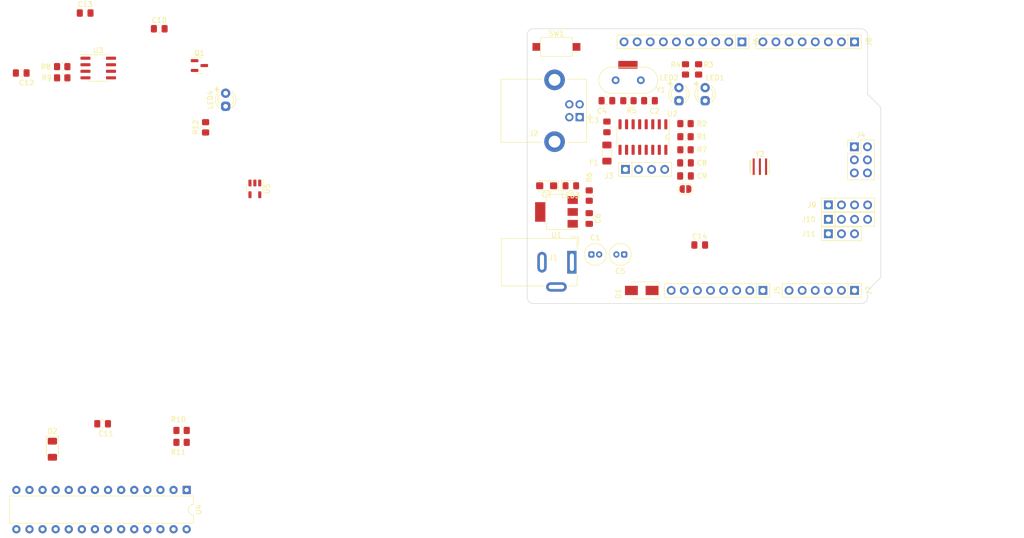
<source format=kicad_pcb>
(kicad_pcb (version 20221018) (generator pcbnew)
  (layers (0 "F.Cu" signal) (31 "B.Cu" signal) (34 "B.Paste" user) (35 "F.Paste" user) (36 "B.SilkS" user "B.Silkscreen") (37 "F.SilkS" user "F.Silkscreen") (38 "B.Mask" user) (39 "F.Mask" user) (44 "Edge.Cuts" user))
  (net 0 "")
  (net 1 "+5V")
  (net 2 "GND")
  (net 3 "VIN")
  (net 4 "/ICSP_RST")
  (net 5 "+3V3")
  (net 6 "/AREF")
  (net 7 "Net-(D1-A)")
  (net 8 "Net-(J2-VBUS)")
  (net 9 "VUSB")
  (net 10 "Net-(U2-V3)")
  (net 11 "Net-(J2-D-)")
  (net 12 "Net-(J2-D+)")
  (net 14 "/ICSP_MISO")
  (net 15 "/ICSP_SCLK")
  (net 16 "/ICSP_MOSI")
  (net 17 "Net-(J7-Pin_1)")
  (net 18 "Net-(J7-Pin_2)")
  (net 19 "Net-(J7-Pin_3)")
  (net 20 "/I2C_SDA")
  (net 21 "/I2C_SCL")
  (net 22 "Net-(J8-Pin_3)")
  (net 23 "Net-(J8-Pin_4)")
  (net 24 "/M8_RXD")
  (net 25 "/M8_TXD")
  (net 26 "Net-(LED1-A)")
  (net 27 "Net-(LED2-K)")
  (net 28 "Net-(LED2-A)")
  (net 29 "Net-(LED3-A)")
  (net 30 "Net-(LED4-A)")
  (net 31 "Net-(Q1-G)")
  (net 32 "Net-(U3-INPA+)")
  (net 33 "Net-(U3-INPB+)")
  (net 34 "Net-(U2-XI)")
  (net 35 "Net-(U2-XO)")
  (net 36 "Net-(C8-Pad1)")
  (net 37 "Net-(U2-~{DTR})")
  (net 38 "Net-(J3-Pin_1)")
  (net 39 "Net-(J3-Pin_2)")
  (net 40 "Net-(J3-Pin_3)")
  (net 41 "Net-(J3-Pin_4)")
  (net 42 "Net-(J6-Pin_1)")
  (net 43 "Net-(J6-Pin_2)")
  (net 44 "Net-(J6-Pin_3)")
  (net 45 "Net-(J7-Pin_4)")
  (net 46 "Net-(J8-Pin_5)")
  (net 47 "/Servo")
  (net 48 "Net-(J8-Pin_7)")
  (net 49 "Net-(J8-Pin_8)")
  (net 50 "Net-(LED1-K)")
  (net 51 "Net-(U4-PB6(PCINT6{slash}XTAL1{slash}TOSC1))")
  (net 52 "Net-(U4-PB7(PCINT7{slash}XTAL2{slash}TOSC2))")
  (footprint "02pyzPassive:C_0805_HandSolder" (layer "F.Cu") (at 40.3125 71.805 180)
    (fp_text reference "C12" (at -1.0375 -1.905) (layer "F.SilkS"))
    (fp_text value "100nF")
    (pad "1" smd roundrect (at -1.0375 0 180) (size 1.175 1.45) (layers "F.Cu" "F.Paste" "F.Mask") (roundrect_rratio 0.212766) (net 1 "+5V"))
    (pad "2" smd roundrect (at 1.0375 0 180) (size 1.175 1.45) (layers "F.Cu" "F.Paste" "F.Mask") (roundrect_rratio 0.212766) (net 2 "GND"))
  )
  (footprint "02pyzPassive:R_0805_HandSolder" (layer "F.Cu") (at 169.1425 71.11 90)
    (fp_text reference "R4" (at 0.905 -1.905) (layer "F.SilkS"))
    (fp_text value "1K")
    (pad "1" smd roundrect (at -1 0 90) (size 1.2 1.4) (layers "F.Cu" "F.Paste" "F.Mask") (roundrect_rratio 0.208333) (net 28 "Net-(LED2-A)"))
    (pad "2" smd roundrect (at 1 0 90) (size 1.2 1.4) (layers "F.Cu" "F.Paste" "F.Mask") (roundrect_rratio 0.208333) (net 1 "+5V"))
  )
  (footprint "03pyzActive:SOT-23" (layer "F.Cu") (at 74.8725 70.3625)
    (fp_text reference "Q1" (at 0 -2.4) (layer "F.SilkS"))
    (fp_text value "MOS-P_FDN304P")
    (pad "1" smd roundrect (at -0.9375 -0.95) (size 1.475 0.6) (layers "F.Cu" "F.Paste" "F.Mask") (net 1 "+5V"))
    (pad "2" smd roundrect (at -0.9375 0.95) (size 1.475 0.6) (layers "F.Cu" "F.Paste" "F.Mask") (net 31 "Net-(Q1-G)"))
    (pad "3" smd roundrect (at 0.9375 0) (size 1.475 0.6) (layers "F.Cu" "F.Paste" "F.Mask") (net 9 "VUSB"))
  )
  (footprint "04pyzConnector:PinSocket_1x08_P2.54mm_Vertical" (layer "F.Cu") (at 184.15 114.02 -90)
    (fp_text reference "J5" (at 0 -2.77 90) (layer "F.SilkS"))
    (fp_text value "POWER")
    (pad "1" thru_hole rect locked (at 0 0 270) (size 1.7 1.7) (drill 1) (layers "*.Cu" "*.Mask"))
    (pad "2" thru_hole oval locked (at 0 2.54 270) (size 1.7 1.7) (drill 1) (layers "*.Cu" "*.Mask") (net 1 "+5V"))
    (pad "3" thru_hole oval locked (at 0 5.08 270) (size 1.7 1.7) (drill 1) (layers "*.Cu" "*.Mask") (net 4 "/ICSP_RST"))
    (pad "4" thru_hole oval locked (at 0 7.62 270) (size 1.7 1.7) (drill 1) (layers "*.Cu" "*.Mask") (net 5 "+3V3"))
    (pad "5" thru_hole oval locked (at 0 10.16 270) (size 1.7 1.7) (drill 1) (layers "*.Cu" "*.Mask") (net 1 "+5V"))
    (pad "6" thru_hole oval locked (at 0 12.7 270) (size 1.7 1.7) (drill 1) (layers "*.Cu" "*.Mask") (net 2 "GND"))
    (pad "7" thru_hole oval locked (at 0 15.24 270) (size 1.7 1.7) (drill 1) (layers "*.Cu" "*.Mask") (net 2 "GND"))
    (pad "8" thru_hole oval locked (at 0 17.78 270) (size 1.7 1.7) (drill 1) (layers "*.Cu" "*.Mask") (net 3 "VIN"))
  )
  (footprint "03pyzActive:LED_D3.0mm" (layer "F.Cu") (at 79.955 78.275 90)
    (fp_text reference "LED4" (at 1.27 -2.96 90) (layer "F.SilkS"))
    (fp_text value "PB5")
    (pad "1" thru_hole roundrect (at 0 0 90) (size 1.8 1.8) (drill 0.9) (layers "*.Cu" "*.Mask") (roundrect_rratio 0.35) (net 2 "GND"))
    (pad "2" thru_hole circle (at 2.54 0 90) (size 1.8 1.8) (drill 0.9) (layers "*.Cu" "*.Mask") (net 30 "Net-(LED4-A)"))
  )
  (footprint "02pyzPassive:R_0805_HandSolder" (layer "F.Cu") (at 150.47 95.605 90)
    (fp_text reference "R6" (at 3.54 0 90) (layer "F.SilkS"))
    (fp_text value "470")
    (pad "1" smd roundrect (at -1 0 90) (size 1.2 1.4) (layers "F.Cu" "F.Paste" "F.Mask") (roundrect_rratio 0.208333) (net 1 "+5V"))
    (pad "2" smd roundrect (at 1 0 90) (size 1.2 1.4) (layers "F.Cu" "F.Paste" "F.Mask") (roundrect_rratio 0.208333) (net 29 "Net-(LED3-A)"))
  )
  (footprint "04pyzConnector:PinSocket_1x08_P2.54mm_Vertical" (layer "F.Cu") (at 201.93 65.76 -90)
    (fp_text reference "J8" (at 0 -2.77 90) (layer "F.SilkS"))
    (fp_text value "IOL")
    (pad "1" thru_hole rect locked (at 0 0 270) (size 1.7 1.7) (drill 1) (layers "*.Cu" "*.Mask") (net 24 "/M8_RXD"))
    (pad "2" thru_hole oval locked (at 0 2.54 270) (size 1.7 1.7) (drill 1) (layers "*.Cu" "*.Mask") (net 25 "/M8_TXD"))
    (pad "3" thru_hole oval locked (at 0 5.08 270) (size 1.7 1.7) (drill 1) (layers "*.Cu" "*.Mask") (net 22 "Net-(J8-Pin_3)"))
    (pad "4" thru_hole oval locked (at 0 7.62 270) (size 1.7 1.7) (drill 1) (layers "*.Cu" "*.Mask") (net 23 "Net-(J8-Pin_4)"))
    (pad "5" thru_hole oval locked (at 0 10.16 270) (size 1.7 1.7) (drill 1) (layers "*.Cu" "*.Mask") (net 46 "Net-(J8-Pin_5)"))
    (pad "6" thru_hole oval locked (at 0 12.7 270) (size 1.7 1.7) (drill 1) (layers "*.Cu" "*.Mask") (net 47 "/Servo"))
    (pad "7" thru_hole oval locked (at 0 15.24 270) (size 1.7 1.7) (drill 1) (layers "*.Cu" "*.Mask") (net 48 "Net-(J8-Pin_7)"))
    (pad "8" thru_hole oval locked (at 0 17.78 270) (size 1.7 1.7) (drill 1) (layers "*.Cu" "*.Mask") (net 49 "Net-(J8-Pin_8)"))
  )
  (footprint "04pyzConnector:PinHeader_1x04_P2.54mm_Vertical" (layer "F.Cu") (at 157.49 90.525 90)
    (fp_text reference "J3" (at -1.27 -3.185 180) (layer "F.SilkS"))
    (fp_text value "Header_4P")
    (pad "1" thru_hole rect (at 0 0 90) (size 1.7 1.7) (drill 1) (layers "*.Cu" "*.Mask") (net 38 "Net-(J3-Pin_1)"))
    (pad "2" thru_hole oval (at 0 2.54 90) (size 1.7 1.7) (drill 1) (layers "*.Cu" "*.Mask") (net 39 "Net-(J3-Pin_2)"))
    (pad "3" thru_hole oval (at 0 5.08 90) (size 1.7 1.7) (drill 1) (layers "*.Cu" "*.Mask") (net 40 "Net-(J3-Pin_3)"))
    (pad "4" thru_hole oval (at 0 7.62 90) (size 1.7 1.7) (drill 1) (layers "*.Cu" "*.Mask") (net 41 "Net-(J3-Pin_4)"))
  )
  (footprint "Package_TO_SOT_SMD:SOT-23-5" (layer "F.Cu") (at 85.62 94.3025 -90)
    (fp_text reference "U5" (at 0 -2.4 90) (layer "F.SilkS"))
    (fp_text value "LP2985-3.3")
    (pad "1" smd roundrect (at -1.1375 -0.95 270) (size 1.325 0.6) (layers "F.Cu" "F.Paste" "F.Mask") (net 1 "+5V"))
    (pad "2" smd roundrect (at -1.1375 0 270) (size 1.325 0.6) (layers "F.Cu" "F.Paste" "F.Mask") (net 2 "GND"))
    (pad "3" smd roundrect (at -1.1375 0.95 270) (size 1.325 0.6) (layers "F.Cu" "F.Paste" "F.Mask") (net 1 "+5V"))
    (pad "4" smd roundrect (at 1.1375 0.95 270) (size 1.325 0.6) (layers "F.Cu" "F.Paste" "F.Mask"))
    (pad "5" smd roundrect (at 1.1375 -0.95 270) (size 1.325 0.6) (layers "F.Cu" "F.Paste" "F.Mask") (net 5 "+3V3"))
  )
  (footprint "02pyzPassive:C_0805_HandSolder" (layer "F.Cu") (at 171.9025 105.195)
    (fp_text reference "C14" (at 0 -1.68) (layer "F.SilkS"))
    (fp_text value "100nF")
    (pad "1" smd roundrect (at -1.0375 0) (size 1.175 1.45) (layers "F.Cu" "F.Paste" "F.Mask") (roundrect_rratio 0.212766) (net 6 "/AREF"))
    (pad "2" smd roundrect (at 1.0375 0) (size 1.175 1.45) (layers "F.Cu" "F.Paste" "F.Mask") (roundrect_rratio 0.212766) (net 2 "GND"))
  )
  (footprint "02pyzPassive:C_Radial_D4.0mm_H5.0mm_P1.50mm" (layer "F.Cu") (at 157.25 107.035 180)
    (fp_text reference "C5" (at 0.75 -3.25) (layer "F.SilkS"))
    (fp_text value "47uF")
    (pad "1" thru_hole roundrect (at 0 0 180) (size 1.2 1.2) (drill 0.6) (layers "*.Cu" "*.Mask") (net 1 "+5V"))
    (pad "2" thru_hole circle (at 1.5 0 180) (size 1.2 1.2) (drill 0.6) (layers "*.Cu" "*.Mask") (net 2 "GND"))
  )
  (footprint "07pyzIC_MCU:SOIC-8_3.9x4.9mm_P1.27mm" (layer "F.Cu") (at 55.245 70.84)
    (fp_text reference "U3" (at 0 -3.4) (layer "F.SilkS"))
    (fp_text value "LM358D")
    (pad "1" smd roundrect (at -2.475 -1.905) (size 1.95 0.6) (layers "F.Cu" "F.Paste" "F.Mask") (net 31 "Net-(Q1-G)"))
    (pad "2" smd roundrect (at -2.475 -0.635) (size 1.95 0.6) (layers "F.Cu" "F.Paste" "F.Mask") (net 5 "+3V3"))
    (pad "3" smd roundrect (at -2.475 0.635) (size 1.95 0.6) (layers "F.Cu" "F.Paste" "F.Mask") (net 32 "Net-(U3-INPA+)"))
    (pad "4" smd roundrect (at -2.475 1.905) (size 1.95 0.6) (layers "F.Cu" "F.Paste" "F.Mask") (net 2 "GND"))
    (pad "5" smd roundrect (at 2.475 1.905) (size 1.95 0.6) (layers "F.Cu" "F.Paste" "F.Mask") (net 15 "/ICSP_SCLK"))
    (pad "6" smd roundrect (at 2.475 0.635) (size 1.95 0.6) (layers "F.Cu" "F.Paste" "F.Mask") (net 33 "Net-(U3-INPB+)"))
    (pad "7" smd roundrect (at 2.475 -0.635) (size 1.95 0.6) (layers "F.Cu" "F.Paste" "F.Mask") (net 33 "Net-(U3-INPB+)"))
    (pad "8" smd roundrect (at 2.475 -1.905) (size 1.95 0.6) (layers "F.Cu" "F.Paste" "F.Mask") (net 1 "+5V"))
  )
  (footprint "04pyzConnector:PinHeader_1x03_P2.54mm_Vertical" (layer "F.Cu") (at 196.85 103.02 90)
    (fp_text reference "J11" (at 0 -3.81 180) (layer "F.SilkS"))
    (fp_text value "Servo")
    (pad "1" thru_hole rect (at 0 0 90) (size 1.7 1.7) (drill 1) (layers "*.Cu" "*.Mask") (net 2 "GND"))
    (pad "2" thru_hole oval (at 0 2.54 90) (size 1.7 1.7) (drill 1) (layers "*.Cu" "*.Mask") (net 1 "+5V"))
    (pad "3" thru_hole oval (at 0 5.08 90) (size 1.7 1.7) (drill 1) (layers "*.Cu" "*.Mask") (net 47 "/Servo"))
  )
  (footprint "02pyzPassive:R_0805_HandSolder" (layer "F.Cu") (at 48.26 72.745 180)
    (fp_text reference "R9" (at 3 0) (layer "F.SilkS"))
    (fp_text value "10K")
    (pad "1" smd roundrect (at -1 0 180) (size 1.2 1.4) (layers "F.Cu" "F.Paste" "F.Mask") (roundrect_rratio 0.208333) (net 2 "GND"))
    (pad "2" smd roundrect (at 1 0 180) (size 1.2 1.4) (layers "F.Cu" "F.Paste" "F.Mask") (roundrect_rratio 0.208333) (net 32 "Net-(U3-INPA+)"))
  )
  (footprint "03pyzActive:D_1206_HandSolder" (layer "F.Cu") (at 46.355 144.8425 -90)
    (fp_text reference "D2" (at -3.5175 0 -180) (layer "F.SilkS"))
    (fp_text value "CD1206-S01575")
    (pad "1" smd roundrect (at -1.5625 0 270) (size 1.325 1.8) (layers "F.Cu" "F.Paste" "F.Mask") (roundrect_rratio 0.188679) (net 1 "+5V"))
    (pad "2" smd roundrect (at 1.5625 0 270) (size 1.325 1.8) (layers "F.Cu" "F.Paste" "F.Mask") (roundrect_rratio 0.188679) (net 4 "/ICSP_RST"))
  )
  (footprint "01pyzGeneral:MountingHole_3.2mm_M3" (layer "F.Cu") (at 204.47 108.94)
    (fp_text reference "H4" hide)
    (fp_text value "MountingHole")
    (pad "" np_thru_hole circle locked (at 0 0) (size 3.2 3.2) (drill 3.2) (layers "*.Cu" "*.Mask"))
  )
  (footprint "02pyzPassive:CP_EIA-3216-10_Kemet-I" (layer "F.Cu") (at 142.215 93.7 180)
    (fp_text reference "C7" (at 0 -1.75) (layer "F.SilkS"))
    (fp_text value "100nF")
    (pad "1" smd roundrect (at -1.35 0 180) (size 1.4 1.35) (layers "F.Cu" "F.Paste" "F.Mask") (roundrect_rratio 0.185185) (net 1 "+5V"))
    (pad "2" smd roundrect (at 1.35 0 180) (size 1.4 1.35) (layers "F.Cu" "F.Paste" "F.Mask") (roundrect_rratio 0.185185) (net 2 "GND"))
  )
  (footprint "02pyzPassive:Crystal_HC49-4H_Vertical_GND" (layer "F.Cu") (at 160.4775 73.2075 180)
    (fp_text reference "Y1" (at -3.883 -1.905) (layer "F.SilkS"))
    (fp_text value "16MHz")
    (pad "1" thru_hole circle (at 0 0 180) (size 1.5 1.5) (drill 0.8) (layers "*.Cu" "*.Mask") (net 34 "Net-(U2-XI)"))
    (pad "2" thru_hole circle (at 4.88 0 180) (size 1.5 1.5) (drill 0.8) (layers "*.Cu" "*.Mask") (net 35 "Net-(U2-XO)"))
    (pad "3" smd rect (at 2.5 3 180) (size 3.75 1.5) (layers "F.Cu" "F.Paste" "F.Mask") (net 2 "GND"))
  )
  (footprint "02pyzPassive:C_0805_HandSolder" (layer "F.Cu") (at 150.47 100.05 -90)
    (fp_text reference "C6" (at 0 -1.68 90) (layer "F.SilkS"))
    (fp_text value "100nF")
    (pad "1" smd roundrect (at -1.0375 0 270) (size 1.175 1.45) (layers "F.Cu" "F.Paste" "F.Mask") (roundrect_rratio 0.212766) (net 1 "+5V"))
    (pad "2" smd roundrect (at 1.0375 0 270) (size 1.175 1.45) (layers "F.Cu" "F.Paste" "F.Mask") (roundrect_rratio 0.212766) (net 2 "GND"))
  )
  (footprint "02pyzPassive:R_0805_HandSolder" (layer "F.Cu") (at 169.1425 81.635)
    (fp_text reference "R2" (at 3.175 0) (layer "F.SilkS"))
    (fp_text value "1K")
    (pad "1" smd roundrect (at -1 0) (size 1.2 1.4) (layers "F.Cu" "F.Paste" "F.Mask") (roundrect_rratio 0.208333) (net 27 "Net-(LED2-K)"))
    (pad "2" smd roundrect (at 1 0) (size 1.2 1.4) (layers "F.Cu" "F.Paste" "F.Mask") (roundrect_rratio 0.208333) (net 25 "/M8_TXD"))
  )
  (footprint "03pyzActive:LED_D3.0mm" (layer "F.Cu") (at 172.9525 77.19 90)
    (fp_text reference "LED1" (at 4.445 1.905 180) (layer "F.SilkS"))
    (fp_text value "TX")
    (pad "1" thru_hole roundrect (at 0 0 90) (size 1.8 1.8) (drill 0.9) (layers "*.Cu" "*.Mask") (roundrect_rratio 0.35) (net 50 "Net-(LED1-K)"))
    (pad "2" thru_hole circle (at 2.54 0 90) (size 1.8 1.8) (drill 0.9) (layers "*.Cu" "*.Mask") (net 26 "Net-(LED1-A)"))
  )
  (footprint "02pyzPassive:C_0805_HandSolder" (layer "F.Cu") (at 52.7075 60.165)
    (fp_text reference "C13" (at 0 -1.68) (layer "F.SilkS"))
    (fp_text value "100nF")
    (pad "1" smd roundrect (at -1.0375 0) (size 1.175 1.45) (layers "F.Cu" "F.Paste" "F.Mask") (roundrect_rratio 0.212766) (net 5 "+3V3"))
    (pad "2" smd roundrect (at 1.0375 0) (size 1.175 1.45) (layers "F.Cu" "F.Paste" "F.Mask") (roundrect_rratio 0.212766) (net 2 "GND"))
  )
  (footprint "04pyzConnector:PinSocket_1x10_P2.54mm_Vertical" (layer "F.Cu") (at 180.086 65.76 -90)
    (fp_text reference "J6" (at 0 -2.77 90) (layer "F.SilkS"))
    (fp_text value "IOH")
    (pad "1" thru_hole rect locked (at 0 0 270) (size 1.7 1.7) (drill 1) (layers "*.Cu" "*.Mask") (net 42 "Net-(J6-Pin_1)"))
    (pad "2" thru_hole oval locked (at 0 2.54 270) (size 1.7 1.7) (drill 1) (layers "*.Cu" "*.Mask") (net 43 "Net-(J6-Pin_2)"))
    (pad "3" thru_hole oval locked (at 0 5.08 270) (size 1.7 1.7) (drill 1) (layers "*.Cu" "*.Mask") (net 44 "Net-(J6-Pin_3)"))
    (pad "4" thru_hole oval locked (at 0 7.62 270) (size 1.7 1.7) (drill 1) (layers "*.Cu" "*.Mask") (net 16 "/ICSP_MOSI"))
    (pad "5" thru_hole oval locked (at 0 10.16 270) (size 1.7 1.7) (drill 1) (layers "*.Cu" "*.Mask") (net 14 "/ICSP_MISO"))
    (pad "6" thru_hole oval locked (at 0 12.7 270) (size 1.7 1.7) (drill 1) (layers "*.Cu" "*.Mask") (net 15 "/ICSP_SCLK"))
    (pad "7" thru_hole oval locked (at 0 15.24 270) (size 1.7 1.7) (drill 1) (layers "*.Cu" "*.Mask") (net 2 "GND"))
    (pad "8" thru_hole oval locked (at 0 17.78 270) (size 1.7 1.7) (drill 1) (layers "*.Cu" "*.Mask") (net 6 "/AREF"))
    (pad "9" thru_hole oval locked (at 0 20.32 270) (size 1.7 1.7) (drill 1) (layers "*.Cu" "*.Mask") (net 20 "/I2C_SDA"))
    (pad "10" thru_hole oval locked (at 0 22.86 270) (size 1.7 1.7) (drill 1) (layers "*.Cu" "*.Mask") (net 21 "/I2C_SCL"))
  )
  (footprint "02pyzPassive:R_0805_HandSolder" (layer "F.Cu") (at 169.1425 86.715 180)
    (fp_text reference "R7" (at -3.175 0) (layer "F.SilkS"))
    (fp_text value "1K")
    (pad "1" smd roundrect (at -1 0 180) (size 1.2 1.4) (layers "F.Cu" "F.Paste" "F.Mask") (roundrect_rratio 0.208333) (net 2 "GND"))
    (pad "2" smd roundrect (at 1 0 180) (size 1.2 1.4) (layers "F.Cu" "F.Paste" "F.Mask") (roundrect_rratio 0.208333) (net 37 "Net-(U2-~{DTR})"))
  )
  (footprint "04pyzConnector:PinHeader_1x04_P2.54mm_Vertical" (layer "F.Cu") (at 196.85 100.22 90)
    (fp_text reference "J10" (at 0 -3.81 180) (layer "F.SilkS"))
    (fp_text value "I2C")
    (pad "1" thru_hole rect (at 0 0 90) (size 1.7 1.7) (drill 1) (layers "*.Cu" "*.Mask") (net 2 "GND"))
    (pad "2" thru_hole oval (at 0 2.54 90) (size 1.7 1.7) (drill 1) (layers "*.Cu" "*.Mask") (net 1 "+5V"))
    (pad "3" thru_hole oval (at 0 5.08 90) (size 1.7 1.7) (drill 1) (layers "*.Cu" "*.Mask") (net 20 "/I2C_SDA"))
    (pad "4" thru_hole oval (at 0 7.62 90) (size 1.7 1.7) (drill 1) (layers "*.Cu" "*.Mask") (net 21 "/I2C_SCL"))
  )
  (footprint "01pyzGeneral:SolderJumper-2_P1.3mm_Open_RoundedPad1.0x1.5mm" (layer "F.Cu") (at 169.1425 94.335)
    (fp_text reference "SOL1" hide)
    (fp_text value "RESET_EN")
    (pad "1" smd custom (at -0.65 0) (size 1 0.5) (layers "F.Cu" "F.Mask") (net 4 "/ICSP_RST") (options (clearance outline) (anchor rect)) (primitives (gr_circle (center 0 0.25) (end 0.5 0.25) (width 0) (fill yes)) (gr_circle (center 0 -0.25) (end 0.5 -0.25) (width 0) (fill yes)) (gr_poly (pts (xy 0.5 0.75) (xy 0 0.75) (xy 0 -0.75) (xy 0.5 -0.75)) (width 0) (fill yes))))
    (pad "2" smd custom (at 0.65 0) (size 1 0.5) (layers "F.Cu" "F.Mask") (net 36 "Net-(C8-Pad1)") (options (clearance outline) (anchor rect)) (primitives (gr_circle (center 0 0.25) (end 0.5 0.25) (width 0) (fill yes)) (gr_circle (center 0 -0.25) (end 0.5 -0.25) (width 0) (fill yes)) (gr_poly (pts (xy 0 0.75) (xy -0.5 0.75) (xy -0.5 -0.75) (xy 0 -0.75)) (width 0) (fill yes))))
  )
  (footprint "02pyzPassive:R_0805_HandSolder" (layer "F.Cu") (at 158.0775 77.19 180)
    (fp_text reference "R5" (at -0.635 -1.905) (layer "F.SilkS"))
    (fp_text value "1M")
    (pad "1" smd roundrect (at -1 0 180) (size 1.2 1.4) (layers "F.Cu" "F.Paste" "F.Mask") (roundrect_rratio 0.208333) (net 34 "Net-(U2-XI)"))
    (pad "2" smd roundrect (at 1 0 180) (size 1.2 1.4) (layers "F.Cu" "F.Paste" "F.Mask") (roundrect_rratio 0.208333) (net 35 "Net-(U2-XO)"))
  )
  (footprint "01pyzGeneral:MountingHole_3.2mm_M3" (layer "F.Cu") (at 153.67 65.76 180)
    (fp_text reference "H1" hide)
    (fp_text value "MountingHole")
    (pad "" np_thru_hole circle locked (at 0 0 180) (size 3.2 3.2) (drill 3.2) (layers "*.Cu" "*.Mask"))
  )
  (footprint "04pyzConnector:USB_B_Lumberg_2411_02_Horizontal" (layer "F.Cu") (at 148.61 80.39 180)
    (fp_text reference "J2" (at 8.91 -3.15) (layer "F.SilkS"))
    (fp_text value "USB_B")
    (pad "1" thru_hole rect locked (at 0 0 270) (size 1.6 1.6) (drill 0.95) (layers "*.Cu" "*.Mask") (net 8 "Net-(J2-VBUS)"))
    (pad "2" thru_hole circle locked (at 0 2.5 270) (size 1.6 1.6) (drill 0.95) (layers "*.Cu" "*.Mask") (net 11 "Net-(J2-D-)"))
    (pad "3" thru_hole circle locked (at 2 2.5 270) (size 1.6 1.6) (drill 0.95) (layers "*.Cu" "*.Mask") (net 12 "Net-(J2-D+)"))
    (pad "4" thru_hole circle locked (at 2 0 270) (size 1.6 1.6) (drill 0.95) (layers "*.Cu" "*.Mask") (net 2 "GND"))
    (pad "5" thru_hole circle locked (at 4.86 -4.75 270) (size 4 4) (drill 2.3) (layers "*.Cu" "*.Mask") (net 2 "GND"))
    (pad "5" thru_hole circle locked (at 4.86 7.25 270) (size 4 4) (drill 2.3) (layers "*.Cu" "*.Mask") (net 2 "GND"))
  )
  (footprint "06pyzSwitchRelay:SW_SPST_CK_RS282G05A3" (layer "F.Cu") (at 144.11 66.74)
    (fp_text reference locked "SW1" (at 0 -2.6) (layer "F.SilkS"))
    (fp_text value "SW_Push_NO")
    (pad "1" smd rect locked (at -3.9 0) (size 1.5 1.5) (layers "F.Cu" "F.Paste" "F.Mask") (net 2 "GND"))
    (pad "2" smd rect locked (at 3.9 0) (size 1.5 1.5) (layers "F.Cu" "F.Paste" "F.Mask") (net 4 "/ICSP_RST"))
  )
  (footprint "02pyzPassive:C_0805_HandSolder" (layer "F.Cu") (at 169.1425 91.795)
    (fp_text reference "C9" (at 3.175 0) (layer "F.SilkS"))
    (fp_text value "100nF")
    (pad "1" smd roundrect (at -1.0375 0) (size 1.175 1.45) (layers "F.Cu" "F.Paste" "F.Mask") (roundrect_rratio 0.212766) (net 1 "+5V"))
    (pad "2" smd roundrect (at 1.0375 0) (size 1.175 1.45) (layers "F.Cu" "F.Paste" "F.Mask") (roundrect_rratio 0.212766) (net 2 "GND"))
  )
  (footprint "02pyzPassive:R_0805_HandSolder" (layer "F.Cu") (at 169.1425 84.175)
    (fp_text reference "R1" (at 3.175 0) (layer "F.SilkS"))
    (fp_text value "1K")
    (pad "1" smd roundrect (at -1 0) (size 1.2 1.4) (layers "F.Cu" "F.Paste" "F.Mask") (roundrect_rratio 0.208333) (net 50 "Net-(LED1-K)"))
    (pad "2" smd roundrect (at 1 0) (size 1.2 1.4) (layers "F.Cu" "F.Paste" "F.Mask") (roundrect_rratio 0.208333) (net 24 "/M8_RXD"))
  )
  (footprint "02pyzPassive:R_0805_HandSolder" (layer "F.Cu") (at 76.065 82.355 -90)
    (fp_text reference "R12" (at 0 1.905 90) (layer "F.SilkS"))
    (fp_text value "470")
    (pad "1" smd roundrect (at -1 0 270) (size 1.2 1.4) (layers "F.Cu" "F.Paste" "F.Mask") (roundrect_rratio 0.208333) (net 33 "Net-(U3-INPB+)"))
    (pad "2" smd roundrect (at 1 0 270) (size 1.2 1.4) (layers "F.Cu" "F.Paste" "F.Mask") (roundrect_rratio 0.208333) (net 30 "Net-(LED4-A)"))
  )
  (footprint "03pyzActive:D_SMA" (layer "F.Cu") (at 160.655 114.02 180)
    (fp_text reference "D1" (at 4.54 -0.635 90) (layer "F.SilkS"))
    (fp_text value "D")
    (pad "1" smd rect (at -2 0 180) (size 2.5 1.8) (layers "F.Cu" "F.Paste" "F.Mask") (net 3 "VIN"))
    (pad "2" smd rect (at 2 0 180) (size 2.5 1.8) (layers "F.Cu" "F.Paste" "F.Mask") (net 7 "Net-(D1-A)"))
  )
  (footprint "02pyzPassive:R_0805_HandSolder" (layer "F.Cu") (at 48.26 70.57 180)
    (fp_text reference "R8" (at 3.175 0) (layer "F.SilkS"))
    (fp_text value "10K")
    (pad "1" smd roundrect (at -1 0 180) (size 1.2 1.4) (layers "F.Cu" "F.Paste" "F.Mask") (roundrect_rratio 0.208333) (net 3 "VIN"))
    (pad "2" smd roundrect (at 1 0 180) (size 1.2 1.4) (layers "F.Cu" "F.Paste" "F.Mask") (roundrect_rratio 0.208333) (net 32 "Net-(U3-INPA+)"))
  )
  (footprint "01pyzGeneral:MountingHole_3.2mm_M3" (layer "F.Cu") (at 204.47 81 180)
    (fp_text reference "H3" hide)
    (fp_text value "MountingHole")
    (pad "" np_thru_hole circle locked (at 0 0 180) (size 3.2 3.2) (drill 3.2) (layers "*.Cu" "*.Mask"))
  )
  (footprint "03pyzActive:D_0805_HandSolder" (layer "F.Cu") (at 146.905 93.7)
    (fp_text reference "LED3" (at -0.0475 1.905) (layer "F.SilkS"))
    (fp_text value "LRED")
    (pad "1" smd roundrect (at -1.025 0) (size 1.15 1.4) (layers "F.Cu" "F.Paste" "F.Mask") (roundrect_rratio 0.217391) (net 2 "GND"))
    (pad "2" smd roundrect (at 1.025 0) (size 1.15 1.4) (layers "F.Cu" "F.Paste" "F.Mask") (roundrect_rratio 0.217391) (net 29 "Net-(LED3-A)"))
  )
  (footprint "02pyzPassive:R_0805_HandSolder" (layer "F.Cu") (at 171.6825 71.11 90)
    (fp_text reference "R3" (at 0.905 1.905 180) (layer "F.SilkS"))
    (fp_text value "1K")
    (pad "1" smd roundrect (at -1 0 90) (size 1.2 1.4) (layers "F.Cu" "F.Paste" "F.Mask") (roundrect_rratio 0.208333) (net 26 "Net-(LED1-A)"))
    (pad "2" smd roundrect (at 1 0 90) (size 1.2 1.4) (layers "F.Cu" "F.Paste" "F.Mask") (roundrect_rratio 0.208333) (net 1 "+5V"))
  )
  (footprint "04pyzConnector:PinHeader_1x04_P2.54mm_Vertical" (layer "F.Cu") (at 196.85 97.42 90)
    (fp_text reference "J9" (at 0 -3.21) (layer "F.SilkS"))
    (fp_text value "RxTx")
    (pad "1" thru_hole rect (at 0 0 90) (size 1.7 1.7) (drill 1) (layers "*.Cu" "*.Mask") (net 2 "GND"))
    (pad "2" thru_hole oval (at 0 2.54 90) (size 1.7 1.7) (drill 1) (layers "*.Cu" "*.Mask") (net 1 "+5V"))
    (pad "3" thru_hole oval (at 0 5.08 90) (size 1.7 1.7) (drill 1) (layers "*.Cu" "*.Mask") (net 24 "/M8_RXD"))
    (pad "4" thru_hole oval (at 0 7.62 90) (size 1.7 1.7) (drill 1) (layers "*.Cu" "*.Mask") (net 25 "/M8_TXD"))
  )
  (footprint "02pyzPassive:C_0805_HandSolder" (layer "F.Cu") (at 56.095 139.905)
    (fp_text reference "C11" (at 0.635 1.905) (layer "F.SilkS"))
    (fp_text value "100nF")
    (pad "1" smd roundrect (at -1.0375 0) (size 1.175 1.45) (layers "F.Cu" "F.Paste" "F.Mask") (roundrect_rratio 0.212766) (net 1 "+5V"))
    (pad "2" smd roundrect (at 1.0375 0) (size 1.175 1.45) (layers "F.Cu" "F.Paste" "F.Mask") (roundrect_rratio 0.212766) (net 2 "GND"))
  )
  (footprint "02pyzPassive:R_0805_HandSolder" (layer "F.Cu") (at 71.41 141.195)
    (fp_text reference "R10" (at -0.635 -2.13) (layer "F.SilkS"))
    (fp_text value "1M")
    (pad "1" smd roundrect (at -1 0) (size 1.2 1.4) (layers "F.Cu" "F.Paste" "F.Mask") (roundrect_rratio 0.208333) (net 51 "Net-(U4-PB6(PCINT6{slash}XTAL1{slash}TOSC1))"))
    (pad "2" smd roundrect (at 1 0) (size 1.2 1.4) (layers "F.Cu" "F.Paste" "F.Mask") (roundrect_rratio 0.208333) (net 52 "Net-(U4-PB7(PCINT7{slash}XTAL2{slash}TOSC2))"))
  )
  (footprint "02pyzPassive:C_0805_HandSolder" (layer "F.Cu") (at 153.9025 82.27 -90)
    (fp_text reference "C3" (at -1.27 2.54) (layer "F.SilkS"))
    (fp_text value "22pF")
    (pad "1" smd roundrect (at -1.0375 0 270) (size 1.175 1.45) (layers "F.Cu" "F.Paste" "F.Mask") (roundrect_rratio 0.212766) (net 2 "GND"))
    (pad "2" smd roundrect (at 1.0375 0 270) (size 1.175 1.45) (layers "F.Cu" "F.Paste" "F.Mask") (roundrect_rratio 0.212766) (net 34 "Net-(U2-XI)"))
  )
  (footprint "07pyzIC_MCU:SOT-223" (layer "F.Cu") (at 144.12 98.78 180)
    (fp_text reference "U1" (at 0 -4.5) (layer "F.SilkS"))
    (fp_text value "MC33269-SOT")
    (pad "1" smd rect (at -3.15 -2.3 180) (size 2 1.5) (layers "F.Cu" "F.Paste" "F.Mask") (net 2 "GND"))
    (pad "2" smd rect (at -3.15 0 180) (size 2 1.5) (layers "F.Cu" "F.Paste" "F.Mask") (net 1 "+5V"))
    (pad "3" smd rect (at -3.15 2.3 180) (size 2 1.5) (layers "F.Cu" "F.Paste" "F.Mask") (net 3 "VIN"))
    (pad "4" smd rect (at 3.15 0 180) (size 2 3.8) (layers "F.Cu" "F.Paste" "F.Mask") (net 1 "+5V"))
  )
  (footprint "02pyzPassive:C_0805_HandSolder" (layer "F.Cu") (at 67.0775 63.22)
    (fp_text reference "C10" (at 0 -1.68) (layer "F.SilkS"))
    (fp_text value "100nF")
    (pad "1" smd roundrect (at -1.0375 0) (size 1.175 1.45) (layers "F.Cu" "F.Paste" "F.Mask") (roundrect_rratio 0.212766) (net 1 "+5V"))
    (pad "2" smd roundrect (at 1.0375 0) (size 1.175 1.45) (layers "F.Cu" "F.Paste" "F.Mask") (roundrect_rratio 0.212766) (net 2 "GND"))
  )
  (footprint "02pyzPassive:C_1206_HandSolder" (layer "F.Cu") (at 153.9025 87.35 90)
    (fp_text reference "F1" (at -1.905 -2.54 180) (layer "F.SilkS"))
    (fp_text value "Fuse")
    (pad "1" smd roundrect (at -1.5625 0 90) (size 1.325 1.8) (layers "F.Cu" "F.Paste" "F.Mask") (roundrect_rratio 0.188679) (net 8 "Net-(J2-VBUS)"))
    (pad "2" smd roundrect (at 1.5625 0 90) (size 1.325 1.8) (layers "F.Cu" "F.Paste" "F.Mask") (roundrect_rratio 0.188679) (net 9 "VUSB"))
  )
  (footprint "03pyzActive:LED_D3.0mm" (layer "F.Cu") (at 167.8725 77.19 90)
    (fp_text reference "LED2" (at 4.445 -1.905 180) (layer "F.SilkS"))
    (fp_text value "RX")
    (pad "1" thru_hole roundrect (at 0 0 90) (size 1.8 1.8) (drill 0.9) (layers "*.Cu" "*.Mask") (roundrect_rratio 0.35) (net 27 "Net-(LED2-K)"))
    (pad "2" thru_hole circle (at 2.54 0 90) (size 1.8 1.8) (drill 0.9) (layers "*.Cu" "*.Mask") (net 28 "Net-(LED2-A)"))
  )
  (footprint "04pyzConnector:PinSocket_1x06_P2.54mm_Vertical" (layer "F.Cu") (at 201.93 114.02 -90)
    (fp_text reference "J7" (at 0 -2.77 90) (layer "F.SilkS"))
    (fp_text value "ANALOG")
    (pad "1" thru_hole rect locked (at 0 0 270) (size 1.7 1.7) (drill 1) (layers "*.Cu" "*.Mask") (net 17 "Net-(J7-Pin_1)"))
    (pad "2" thru_hole oval locked (at 0 2.54 270) (size 1.7 1.7) (drill 1) (layers "*.Cu" "*.Mask") (net 18 "Net-(J7-Pin_2)"))
    (pad "3" thru_hole oval locked (at 0 5.08 270) (size 1.7 1.7) (drill 1) (layers "*.Cu" "*.Mask") (net 19 "Net-(J7-Pin_3)"))
    (pad "4" thru_hole oval locked (at 0 7.62 270) (size 1.7 1.7) (drill 1) (layers "*.Cu" "*.Mask") (net 45 "Net-(J7-Pin_4)"))
    (pad "5" thru_hole oval locked (at 0 10.16 270) (size 1.7 1.7) (drill 1) (layers "*.Cu" "*.Mask") (net 20 "/I2C_SDA"))
    (pad "6" thru_hole oval locked (at 0 12.7 270) (size 1.7 1.7) (drill 1) (layers "*.Cu" "*.Mask") (net 21 "/I2C_SCL"))
  )
  (footprint "01pyzGeneral:MountingHole_3.2mm_M3" (layer "F.Cu") (at 152.4 113.74)
    (fp_text reference "H2" hide)
    (fp_text value "MountingHole")
    (pad "" np_thru_hole circle locked (at 0 0) (size 3.2 3.2) (drill 3.2) (layers "*.Cu" "*.Mask"))
  )
  (footprint "02pyzPassive:C_0805_HandSolder" (layer "F.Cu") (at 169.1425 89.255 180)
    (fp_text reference "C8" (at -3.175 0) (layer "F.SilkS"))
    (fp_text value "100nF")
    (pad "1" smd roundrect (at -1.0375 0 180) (size 1.175 1.45) (layers "F.Cu" "F.Paste" "F.Mask") (roundrect_rratio 0.212766) (net 36 "Net-(C8-Pad1)"))
    (pad "2" smd roundrect (at 1.0375 0 180) (size 1.175 1.45) (layers "F.Cu" "F.Paste" "F.Mask") (roundrect_rratio 0.212766) (net 37 "Net-(U2-~{DTR})"))
  )
  (footprint "02pyzPassive:C_0805_HandSolder" (layer "F.Cu") (at 153.9025 77.19)
    (fp_text reference "C4" (at -0.9625 2) (layer "F.SilkS"))
    (fp_text value "22pF")
    (pad "1" smd roundrect (at -1.0375 0) (size 1.175 1.45) (layers "F.Cu" "F.Paste" "F.Mask") (roundrect_rratio 0.212766) (net 2 "GND"))
    (pad "2" smd roundrect (at 1.0375 0) (size 1.175 1.45) (layers "F.Cu" "F.Paste" "F.Mask") (roundrect_rratio 0.212766) (net 35 "Net-(U2-XO)"))
  )
  (footprint "Package_DIP:DIP-28_W7.62mm" (layer "F.Cu") (at 72.39 152.755 -90)
    (fp_text reference "U4" (at 3.81 -2.33 90) (layer "F.SilkS"))
    (fp_text value "ATmega328-P")
    (pad "1" thru_hole rect (at 0 0 270) (size 1.6 1.6) (drill 0.8) (layers "*.Cu" "*.Mask") (net 4 "/ICSP_RST"))
    (pad "2" thru_hole oval (at 0 2.54 270) (size 1.6 1.6) (drill 0.8) (layers "*.Cu" "*.Mask") (net 24 "/M8_RXD"))
    (pad "3" thru_hole oval (at 0 5.08 270) (size 1.6 1.6) (drill 0.8) (layers "*.Cu" "*.Mask") (net 25 "/M8_TXD"))
    (pad "4" thru_hole oval (at 0 7.62 270) (size 1.6 1.6) (drill 0.8) (layers "*.Cu" "*.Mask") (net 22 "Net-(J8-Pin_3)"))
    (pad "5" thru_hole oval (at 0 10.16 270) (size 1.6 1.6) (drill 0.8) (layers "*.Cu" "*.Mask") (net 23 "Net-(J8-Pin_4)"))
    (pad "6" thru_hole oval (at 0 12.7 270) (size 1.6 1.6) (drill 0.8) (layers "*.Cu" "*.Mask") (net 46 "Net-(J8-Pin_5)"))
    (pad "7" thru_hole oval (at 0 15.24 270) (size 1.6 1.6) (drill 0.8) (layers "*.Cu" "*.Mask") (net 1 "+5V"))
    (pad "8" thru_hole oval (at 0 17.78 270) (size 1.6 1.6) (drill 0.8) (layers "*.Cu" "*.Mask") (net 2 "GND"))
    (pad "9" thru_hole oval (at 0 20.32 270) (size 1.6 1.6) (drill 0.8) (layers "*.Cu" "*.Mask") (net 51 "Net-(U4-PB6(PCINT6{slash}XTAL1{slash}TOSC1))"))
    (pad "10" thru_hole oval (at 0 22.86 270) (size 1.6 1.6) (drill 0.8) (layers "*.Cu" "*.Mask") (net 52 "Net-(U4-PB7(PCINT7{slash}XTAL2{slash}TOSC2))"))
    (pad "11" thru_hole oval (at 0 25.4 270) (size 1.6 1.6) (drill 0.8) (layers "*.Cu" "*.Mask") (net 47 "/Servo"))
    (pad "12" thru_hole oval (at 0 27.94 270) (size 1.6 1.6) (drill 0.8) (layers "*.Cu" "*.Mask") (net 48 "Net-(J8-Pin_7)"))
    (pad "13" thru_hole oval (at 0 30.48 270) (size 1.6 1.6) (drill 0.8) (layers "*.Cu" "*.Mask") (net 49 "Net-(J8-Pin_8)"))
    (pad "14" thru_hole oval (at 0 33.02 270) (size 1.6 1.6) (drill 0.8) (layers "*.Cu" "*.Mask") (net 42 "Net-(J6-Pin_1)"))
    (pad "15" thru_hole oval (at 7.62 33.02 270) (size 1.6 1.6) (drill 0.8) (layers "*.Cu" "*.Mask") (net 43 "Net-(J6-Pin_2)"))
    (pad "16" thru_hole oval (at 7.62 30.48 270) (size 1.6 1.6) (drill 0.8) (layers "*.Cu" "*.Mask") (net 44 "Net-(J6-Pin_3)"))
    (pad "17" thru_hole oval (at 7.62 27.94 270) (size 1.6 1.6) (drill 0.8) (layers "*.Cu" "*.Mask") (net 16 "/ICSP_MOSI"))
    (pad "18" thru_hole oval (at 7.62 25.4 270) (size 1.6 1.6) (drill 0.8) (layers "*.Cu" "*.Mask") (net 14 "/ICSP_MISO"))
    (pad "19" thru_hole oval (at 7.62 22.86 270) (size 1.6 1.6) (drill 0.8) (layers "*.Cu" "*.Mask") (net 15 "/ICSP_SCLK"))
    (pad "20" thru_hole oval (at 7.62 20.32 270) (size 1.6 1.6) (drill 0.8) (layers "*.Cu" "*.Mask") (net 1 "+5V"))
    (pad "21" thru_hole oval (at 7.62 17.78 270) (size 1.6 1.6) (drill 0.8) (layers "*.Cu" "*.Mask") (net 6 "/AREF"))
    (pad "22" thru_hole oval (at 7.62 15.24 270) (size 1.6 1.6) (drill 0.8) (layers "*.Cu" "*.Mask") (net 2 "GND"))
    (pad "23" thru_hole oval (at 7.62 12.7 270) (size 1.6 1.6) (drill 0.8) (layers "*.Cu" "*.Mask") (net 17 "Net-(J7-Pin_1)"))
    (pad "24" thru_hole oval (at 7.62 10.16 270) (size 1.6 1.6) (drill 0.8) (layers "*.Cu" "*.Mask") (net 18 "Net-(J7-Pin_2)"))
    (pad "25" thru_hole oval (at 7.62 7.62 270) (size 1.6 1.6) (drill 0.8) (layers "*.Cu" "*.Mask") (net 19 "Net-(J7-Pin_3)"))
    (pad "26" thru_hole oval (at 7.62 5.08 270) (size 1.6 1.6) (drill 0.8) (layers "*.Cu" "*.Mask") (net 45 "Net-(J7-Pin_4)"))
    (pad "27" thru_hole oval (at 7.62 2.54 270) (size 1.6 1.6) (drill 0.8) (layers "*.Cu" "*.Mask") (net 20 "/I2C_SDA"))
    (pad "28" thru_hole oval (at 7.62 0 270) (size 1.6 1.6) (drill 0.8) (layers "*.Cu" "*.Mask") (net 21 "/I2C_SCL"))
  )
  (footprint "04pyzConnector:PinHeader_2x03_P2.54mm_Vertical" (layer "F.Cu") (at 201.89 86.13)
    (fp_text reference "J4" (at 1.27 -2.33) (layer "F.SilkS"))
    (fp_text value "ICSPx")
    (pad "1" thru_hole rect locked (at 0 0) (size 1.7 1.7) (drill 1) (layers "*.Cu" "*.Mask") (net 14 "/ICSP_MISO"))
    (pad "2" thru_hole oval locked (at 2.54 0) (size 1.7 1.7) (drill 1) (layers "*.Cu" "*.Mask") (net 1 "+5V"))
    (pad "3" thru_hole oval locked (at 0 2.54) (size 1.7 1.7) (drill 1) (layers "*.Cu" "*.Mask") (net 15 "/ICSP_SCLK"))
    (pad "4" thru_hole oval locked (at 2.54 2.54) (size 1.7 1.7) (drill 1) (layers "*.Cu" "*.Mask") (net 16 "/ICSP_MOSI"))
    (pad "5" thru_hole oval locked (at 0 5.08) (size 1.7 1.7) (drill 1) (layers "*.Cu" "*.Mask") (net 4 "/ICSP_RST"))
    (pad "6" thru_hole oval locked (at 2.54 5.08) (size 1.7 1.7) (drill 1) (layers "*.Cu" "*.Mask") (net 2 "GND"))
  )
  (footprint "02pyzPassive:C_0805_HandSolder" (layer "F.Cu") (at 162.1575 77.19)
    (fp_text reference "C2" (at 1 2) (layer "F.SilkS"))
    (fp_text value "100nF")
    (pad "1" smd roundrect (at -1.0375 0) (size 1.175 1.45) (layers "F.Cu" "F.Paste" "F.Mask") (roundrect_rratio 0.212766) (net 10 "Net-(U2-V3)"))
    (pad "2" smd roundrect (at 1.0375 0) (size 1.175 1.45) (layers "F.Cu" "F.Paste" "F.Mask") (roundrect_rratio 0.212766) (net 2 "GND"))
  )
  (footprint "04pyzConnector:JackDC_Input_3.5mm" (layer "F.Cu") (at 147.11 108.54 -90)
    (fp_text reference "J1" (at -0.87 3.6) (layer "F.SilkS"))
    (fp_text value "Jack_DC")
    (pad "1" thru_hole rect locked (at 0 0 270) (size 4.4 1.8) (drill oval 3.4 0.8) (layers "*.Cu" "*.Mask") (net 7 "Net-(D1-A)"))
    (pad "2" thru_hole oval locked (at 0 5.8 270) (size 4 1.8) (drill oval 3 0.8) (layers "*.Cu" "*.Mask") (net 2 "GND"))
    (pad "3" thru_hole oval locked (at 4.8 3) (size 4 1.8) (drill oval 3 0.8) (layers "*.Cu" "*.Mask") (net 2 "GND"))
  )
  (footprint "02pyzPassive:R_0805_HandSolder" (layer "F.Cu") (at 71.41 143.51)
    (fp_text reference "R11" (at -0.635 1.905) (layer "F.SilkS"))
    (fp_text value "10K")
    (pad "1" smd roundrect (at -1 0) (size 1.2 1.4) (layers "F.Cu" "F.Paste" "F.Mask") (roundrect_rratio 0.208333) (net 1 "+5V"))
    (pad "2" smd roundrect (at 1 0) (size 1.2 1.4) (layers "F.Cu" "F.Paste" "F.Mask") (roundrect_rratio 0.208333) (net 4 "/ICSP_RST"))
  )
  (footprint "02pyzPassive:Resonator_SMD_Murata_CSTxExxV-3Pin_3.0x1.1mm_HandSoldering" (layer "F.Cu") (at 183.57 90)
    (fp_text reference "Y2" (at 0 -2.45) (layer "F.SilkS"))
    (fp_text value "16MHz")
    (pad "1" smd rect (at -1.2 0) (size 0.4 3.2) (layers "F.Cu" "F.Paste" "F.Mask") (net 51 "Net-(U4-PB6(PCINT6{slash}XTAL1{slash}TOSC1))"))
    (pad "2" smd rect (at 0 0) (size 0.4 3.2) (layers "F.Cu" "F.Paste" "F.Mask") (net 52 "Net-(U4-PB7(PCINT7{slash}XTAL2{slash}TOSC2))"))
    (pad "3" smd rect (at 1.2 0) (size 0.4 3.2) (layers "F.Cu" "F.Paste" "F.Mask") (net 2 "GND"))
  )
  (footprint "07pyzIC_MCU:SOIC-16_3.9x9.9mm_P1.27mm" (layer "F.Cu") (at 160.8875 84.24 -90)
    (fp_text reference "U2" (at -4.51 -5.715) (layer "F.SilkS"))
    (fp_text value "CH340G")
    (pad "1" smd roundrect (at -2.475 -4.445 270) (size 1.95 0.6) (layers "F.Cu" "F.Paste" "F.Mask") (net 2 "GND"))
    (pad "2" smd roundrect (at -2.475 -3.175 270) (size 1.95 0.6) (layers "F.Cu" "F.Paste" "F.Mask") (net 50 "Net-(LED1-K)"))
    (pad "3" smd roundrect (at -2.475 -1.905 270) (size 1.95 0.6) (layers "F.Cu" "F.Paste" "F.Mask") (net 27 "Net-(LED2-K)"))
    (pad "4" smd roundrect (at -2.475 -0.635 270) (size 1.95 0.6) (layers "F.Cu" "F.Paste" "F.Mask") (net 10 "Net-(U2-V3)"))
    (pad "5" smd roundrect (at -2.475 0.635 270) (size 1.95 0.6) (layers "F.Cu" "F.Paste" "F.Mask") (net 12 "Net-(J2-D+)"))
    (pad "6" smd roundrect (at -2.475 1.905 270) (size 1.95 0.6) (layers "F.Cu" "F.Paste" "F.Mask") (net 11 "Net-(J2-D-)"))
    (pad "7" smd roundrect (at -2.475 3.175 270) (size 1.95 0.6) (layers "F.Cu" "F.Paste" "F.Mask") (net 34 "Net-(U2-XI)"))
    (pad "8" smd roundrect (at -2.475 4.445 270) (size 1.95 0.6) (layers "F.Cu" "F.Paste" "F.Mask") (net 35 "Net-(U2-XO)"))
    (pad "9" smd roundrect (at 2.475 4.445 270) (size 1.95 0.6) (layers "F.Cu" "F.Paste" "F.Mask") (net 38 "Net-(J3-Pin_1)"))
    (pad "10" smd roundrect (at 2.475 3.175 270) (size 1.95 0.6) (layers "F.Cu" "F.Paste" "F.Mask") (net 39 "Net-(J3-Pin_2)"))
    (pad "11" smd roundrect (at 2.475 1.905 270) (size 1.95 0.6) (layers "F.Cu" "F.Paste" "F.Mask") (net 41 "Net-(J3-Pin_4)"))
    (pad "12" smd roundrect (at 2.475 0.635 270) (size 1.95 0.6) (layers "F.Cu" "F.Paste" "F.Mask") (net 40 "Net-(J3-Pin_3)"))
    (pad "13" smd roundrect (at 2.475 -0.635 270) (size 1.95 0.6) (layers "F.Cu" "F.Paste" "F.Mask") (net 37 "Net-(U2-~{DTR})"))
    (pad "14" smd roundrect (at 2.475 -1.905 270) (size 1.95 0.6) (layers "F.Cu" "F.Paste" "F.Mask"))
    (pad "15" smd roundrect (at 2.475 -3.175 270) (size 1.95 0.6) (layers "F.Cu" "F.Paste" "F.Mask"))
    (pad "16" smd roundrect (at 2.475 -4.445 270) (size 1.95 0.6) (layers "F.Cu" "F.Paste" "F.Mask") (net 1 "+5V"))
  )
  (footprint "02pyzPassive:C_Radial_D4.0mm_H5.0mm_P1.50mm" (layer "F.Cu") (at 150.9 107.035)
    (fp_text reference "C1" (at 0.75 -3.25) (layer "F.SilkS"))
    (fp_text value "47uF")
    (pad "1" thru_hole roundrect (at 0 0) (size 1.2 1.2) (drill 0.6) (layers "*.Cu" "*.Mask") (net 3 "VIN"))
    (pad "2" thru_hole circle (at 1.5 0) (size 1.2 1.2) (drill 0.6) (layers "*.Cu" "*.Mask") (net 2 "GND"))
  )
  (gr_line locked (start 207.01 111.48) (end 207.01 78.46) (stroke (width 0.1)) (layer "Edge.Cuts"))
  (gr_arc locked (start 204.47 115.29) (mid 204.122995 116.17764) (end 203.25 116.56) (stroke (width 0.1)) (layer "Edge.Cuts"))
  (gr_arc locked (start 203.124329 63.22) (mid 204.06017 63.576323) (end 204.47 64.49) (stroke (width 0.1)) (layer "Edge.Cuts"))
  (gr_line locked (start 139.632024 63.22) (end 203.123 63.22) (stroke (width 0.1)) (layer "Edge.Cuts"))
  (gr_arc locked (start 139.759024 116.56) (mid 138.852318 116.250604) (end 138.43 115.390669) (stroke (width 0.1)) (layer "Edge.Cuts"))
  (gr_line locked (start 204.47 114.02) (end 207.01 111.48) (stroke (width 0.1)) (layer "Edge.Cuts"))
  (gr_arc locked (start 138.43 64.462308) (mid 138.770076 63.58868) (end 139.632024 63.22) (stroke (width 0.1)) (layer "Edge.Cuts"))
  (gr_line locked (start 204.47 64.49) (end 204.47 75.92) (stroke (width 0.1)) (layer "Edge.Cuts"))
  (gr_line locked (start 139.759024 116.56) (end 203.25 116.56) (stroke (width 0.1)) (layer "Edge.Cuts"))
  (gr_line locked (start 204.47 115.29) (end 204.47 114.02) (stroke (width 0.1)) (layer "Edge.Cuts"))
  (gr_line locked (start 207.01 78.46) (end 204.47 75.92) (stroke (width 0.1)) (layer "Edge.Cuts"))
  (gr_line locked (start 138.43 115.390669) (end 138.43 64.463669) (stroke (width 0.1)) (layer "Edge.Cuts"))
)
</source>
